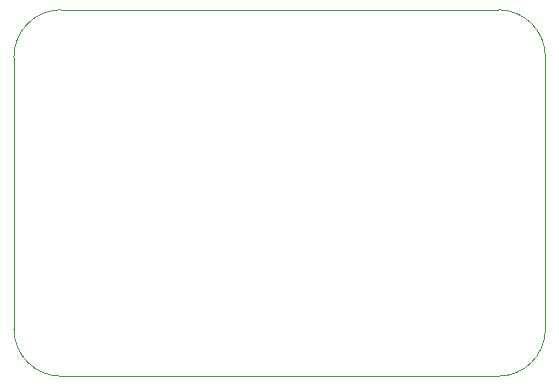
<source format=gko>
%TF.GenerationSoftware,KiCad,Pcbnew,(5.1.10)-1*%
%TF.CreationDate,2021-09-19T13:47:21-04:00*%
%TF.ProjectId,PULSE-GEN,50554c53-452d-4474-954e-2e6b69636164,rev?*%
%TF.SameCoordinates,Original*%
%TF.FileFunction,Profile,NP*%
%FSLAX46Y46*%
G04 Gerber Fmt 4.6, Leading zero omitted, Abs format (unit mm)*
G04 Created by KiCad (PCBNEW (5.1.10)-1) date 2021-09-19 13:47:21*
%MOMM*%
%LPD*%
G01*
G04 APERTURE LIST*
%TA.AperFunction,Profile*%
%ADD10C,0.100000*%
%TD*%
G04 APERTURE END LIST*
D10*
X45000000Y-27025600D02*
X45000000Y-4000000D01*
X0Y-4000000D02*
X0Y-27025600D01*
X4000000Y-31030000D02*
X41000000Y-31030000D01*
X41000000Y0D02*
X4000000Y0D01*
X0Y-27030000D02*
G75*
G03*
X4000000Y-31030000I4000000J0D01*
G01*
X41000000Y-31030000D02*
G75*
G03*
X45000000Y-27030000I0J4000000D01*
G01*
X45000000Y-4000000D02*
G75*
G03*
X41000000Y0I-4000000J0D01*
G01*
X4000000Y0D02*
G75*
G03*
X0Y-4000000I0J-4000000D01*
G01*
M02*

</source>
